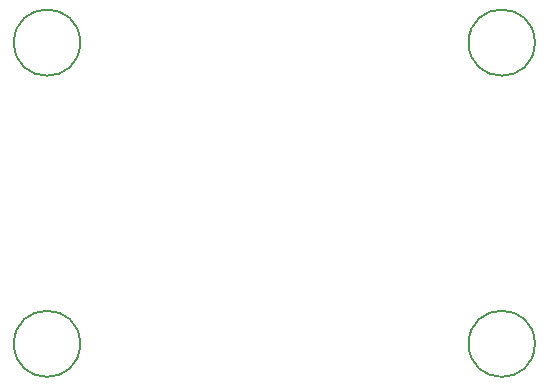
<source format=gbr>
G04 #@! TF.GenerationSoftware,KiCad,Pcbnew,5.1.10-88a1d61d58~90~ubuntu20.04.1*
G04 #@! TF.CreationDate,2022-01-16T12:27:32+00:00*
G04 #@! TF.ProjectId,gas_sensor,6761735f-7365-46e7-936f-722e6b696361,rev?*
G04 #@! TF.SameCoordinates,Original*
G04 #@! TF.FileFunction,Other,Comment*
%FSLAX46Y46*%
G04 Gerber Fmt 4.6, Leading zero omitted, Abs format (unit mm)*
G04 Created by KiCad (PCBNEW 5.1.10-88a1d61d58~90~ubuntu20.04.1) date 2022-01-16 12:27:32*
%MOMM*%
%LPD*%
G01*
G04 APERTURE LIST*
%ADD10C,0.150000*%
G04 APERTURE END LIST*
D10*
X168800000Y-90500000D02*
G75*
G03*
X168800000Y-90500000I-2800000J0D01*
G01*
X168800000Y-116000000D02*
G75*
G03*
X168800000Y-116000000I-2800000J0D01*
G01*
X130300000Y-90500000D02*
G75*
G03*
X130300000Y-90500000I-2800000J0D01*
G01*
X130300000Y-116000000D02*
G75*
G03*
X130300000Y-116000000I-2800000J0D01*
G01*
M02*

</source>
